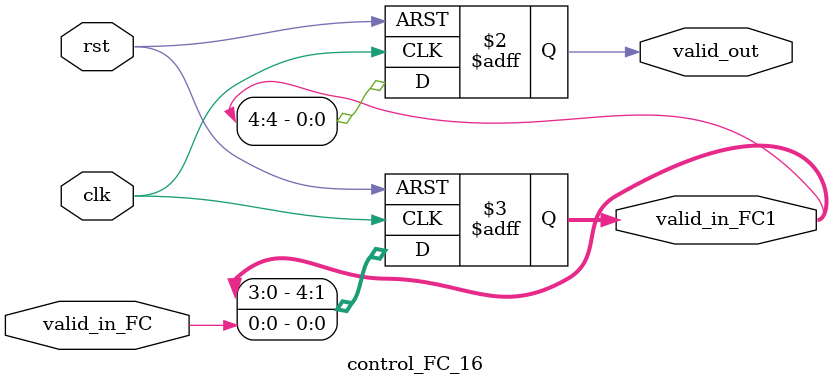
<source format=v>
module control_FC_16(
    input valid_in_FC, clk, rst,
    output reg valid_out,
    output reg [4:0] valid_in_FC1
);
    always @(posedge clk or posedge rst) 
    begin
        if(rst)begin
            valid_in_FC1[0] <= 1'd0;
            valid_in_FC1[1] <= 1'd0;
            valid_in_FC1[2] <= 1'd0;
            valid_in_FC1[3] <= 1'd0;
            valid_in_FC1[4] <= 1'd0;
            valid_out       <= 1'd0;
        end
        else begin
            valid_in_FC1[0] <= valid_in_FC;
            valid_in_FC1[1] <= valid_in_FC1[0];
            valid_in_FC1[2] <= valid_in_FC1[1];
            valid_in_FC1[3] <= valid_in_FC1[2];
            valid_in_FC1[4] <= valid_in_FC1[3];
            valid_out       <= valid_in_FC1[4];
        end
    end        


endmodule

















</source>
